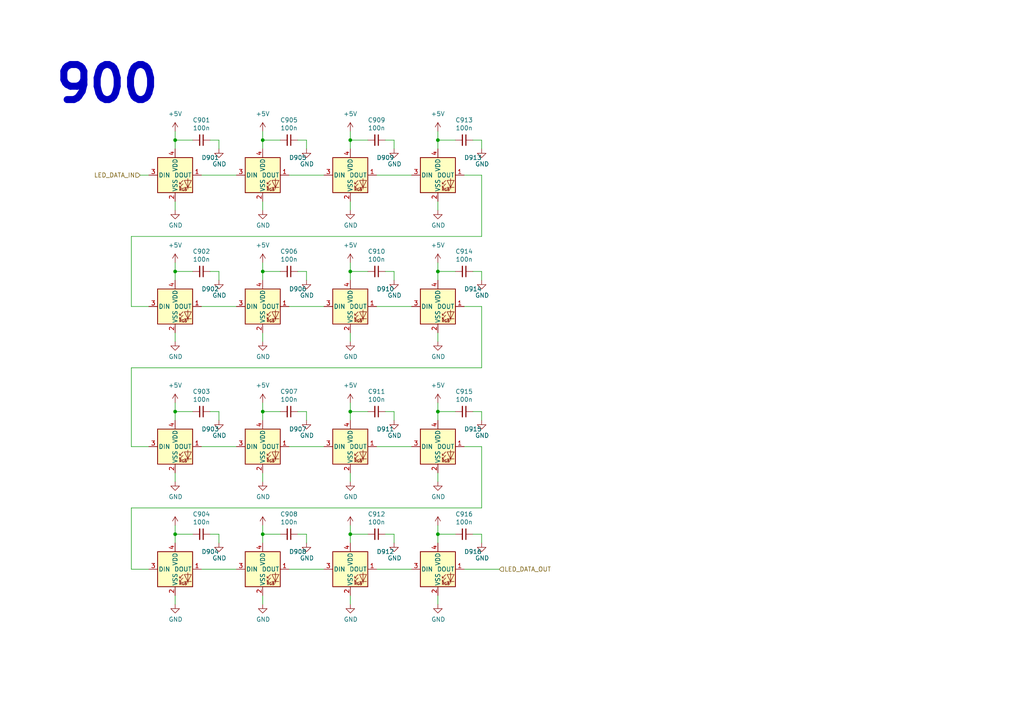
<source format=kicad_sch>
(kicad_sch (version 20230121) (generator eeschema)
  (paper "A4")
  (lib_symbols
    (symbol "power:+5V" (power) (pin_names (offset 0))
      (property "Value" "+5V" (at 0 3.556 0))
      (symbol "+5V_0_1"
        (polyline (pts (xy -0.762 1.27) (xy 0 2.54)))
        (polyline (pts (xy 0 0) (xy 0 2.54)))
        (polyline (pts (xy 0 2.54) (xy 0.762 1.27)))
      )
      (symbol "+5V_1_1"
        (pin power_in line (at 0 0 90) (length 0) hide (name "+5V") (number "1"))
      )
    )
    (symbol "power:GND" (power) (pin_names (offset 0))
      (property "Value" "GND" (at 0 -3.81 0))
      (symbol "GND_0_1"
        (polyline (pts (xy 0 0) (xy 0 -1.27) (xy 1.27 -1.27) (xy 0 -2.54) (xy -1.27 -1.27) (xy 0 -1.27)))
      )
      (symbol "GND_1_1"
        (pin power_in line (at 0 0 270) (length 0) hide (name "GND") (number "1"))
      )
    )
    (symbol "suku_basics:CAP" (pin_numbers hide) (pin_names (offset 0.254) hide)
      (property "Reference" "C" (at 0.254 1.778 0))
      (property "Value" "CAP" (at 0.254 -2.032 0))
      (symbol "CAP_0_1"
        (polyline (pts (xy -1.524 -0.508) (xy 1.524 -0.508)) (stroke (width 0.3302)))
        (polyline (pts (xy -1.524 0.508) (xy 1.524 0.508)) (stroke (width 0.3048)))
      )
      (symbol "CAP_1_1"
        (pin passive line (at 0 2.54 270) (length 2.032) (name "~") (number "1"))
        (pin passive line (at 0 -2.54 90) (length 2.032) (name "~") (number "2"))
      )
    )
    (symbol "suku_basics:UI_WS2812C-2020" (pin_names (offset 0.254))
      (property "Reference" "D" (at 5.08 5.715 0))
      (property "Value" "UI_WS2812C-2020" (at 1.27 -5.715 0))
      (symbol "UI_WS2812C-2020_0_0"
        (text "RGB" (at 2.286 -4.191 0) (effects (font (size 0.762 0.762))))
      )
      (symbol "UI_WS2812C-2020_0_1"
        (polyline (pts (xy 1.27 -3.556) (xy 1.778 -3.556)))
        (polyline (pts (xy 1.27 -2.54) (xy 1.778 -2.54)))
        (polyline (pts (xy 4.699 -3.556) (xy 2.667 -3.556)))
        (polyline (pts (xy 2.286 -2.54) (xy 1.27 -3.556) (xy 1.27 -3.048)))
        (polyline (pts (xy 2.286 -1.524) (xy 1.27 -2.54) (xy 1.27 -2.032)))
        (polyline (pts (xy 3.683 -1.016) (xy 3.683 -3.556) (xy 3.683 -4.064)))
        (polyline (pts (xy 4.699 -1.524) (xy 2.667 -1.524) (xy 3.683 -3.556) (xy 4.699 -1.524)))
        (rectangle (start 5.08 5.08) (end -5.08 -5.08) (stroke (width 0.254)) (fill (type background)))
      )
      (symbol "UI_WS2812C-2020_1_1"
        (pin output line (at 7.62 0 180) (length 2.54) (name "DOUT") (number "1"))
        (pin power_in line (at 0 -7.62 90) (length 2.54) (name "VSS") (number "2"))
        (pin input line (at -7.62 0 0) (length 2.54) (name "DIN") (number "3"))
        (pin power_in line (at 0 7.62 270) (length 2.54) (name "VDD") (number "4"))
      )
    )
  )
  (junction (at 127 40.64))
  (junction (at 101.6 154.94))
  (junction (at 76.2 154.94))
  (junction (at 50.8 119.38))
  (junction (at 76.2 78.74))
  (junction (at 101.6 78.74))
  (junction (at 101.6 119.38))
  (junction (at 50.8 40.64))
  (junction (at 127 154.94))
  (junction (at 127 78.74))
  (junction (at 127 119.38))
  (junction (at 101.6 40.64))
  (junction (at 50.8 78.74))
  (junction (at 76.2 119.38))
  (junction (at 50.8 154.94))
  (junction (at 76.2 40.64))
  (wire (pts (xy 139.7 147.32) (xy 38.1 147.32)))
  (wire (pts (xy 81.28 40.64) (xy 76.2 40.64)))
  (wire (pts (xy 127 81.28) (xy 127 78.74)))
  (wire (pts (xy 139.7 129.54) (xy 139.7 147.32)))
  (wire (pts (xy 114.3 40.64) (xy 111.76 40.64)))
  (wire (pts (xy 114.3 78.74) (xy 111.76 78.74)))
  (wire (pts (xy 63.5 78.74) (xy 60.96 78.74)))
  (wire (pts (xy 63.5 81.28) (xy 63.5 78.74)))
  (wire (pts (xy 50.8 40.64) (xy 50.8 38.1)))
  (wire (pts (xy 76.2 157.48) (xy 76.2 154.94)))
  (wire (pts (xy 38.1 129.54) (xy 43.18 129.54)))
  (wire (pts (xy 114.3 157.48) (xy 114.3 154.94)))
  (wire (pts (xy 76.2 60.96) (xy 76.2 58.42)))
  (wire (pts (xy 127 121.92) (xy 127 119.38)))
  (wire (pts (xy 88.9 154.94) (xy 86.36 154.94)))
  (wire (pts (xy 50.8 60.96) (xy 50.8 58.42)))
  (wire (pts (xy 127 139.7) (xy 127 137.16)))
  (wire (pts (xy 88.9 119.38) (xy 86.36 119.38)))
  (wire (pts (xy 38.1 68.58) (xy 38.1 88.9)))
  (wire (pts (xy 58.42 129.54) (xy 68.58 129.54)))
  (wire (pts (xy 81.28 154.94) (xy 76.2 154.94)))
  (wire (pts (xy 63.5 119.38) (xy 60.96 119.38)))
  (wire (pts (xy 76.2 40.64) (xy 76.2 38.1)))
  (wire (pts (xy 38.1 165.1) (xy 43.18 165.1)))
  (wire (pts (xy 63.5 40.64) (xy 60.96 40.64)))
  (wire (pts (xy 38.1 106.68) (xy 38.1 129.54)))
  (wire (pts (xy 114.3 119.38) (xy 111.76 119.38)))
  (wire (pts (xy 38.1 147.32) (xy 38.1 165.1)))
  (wire (pts (xy 114.3 154.94) (xy 111.76 154.94)))
  (wire (pts (xy 127 78.74) (xy 127 76.2)))
  (wire (pts (xy 58.42 165.1) (xy 68.58 165.1)))
  (wire (pts (xy 114.3 43.18) (xy 114.3 40.64)))
  (wire (pts (xy 101.6 175.26) (xy 101.6 172.72)))
  (wire (pts (xy 63.5 43.18) (xy 63.5 40.64)))
  (wire (pts (xy 76.2 76.2) (xy 76.2 78.74)))
  (wire (pts (xy 88.9 121.92) (xy 88.9 119.38)))
  (wire (pts (xy 101.6 43.18) (xy 101.6 40.64)))
  (wire (pts (xy 109.22 129.54) (xy 119.38 129.54)))
  (wire (pts (xy 132.08 154.94) (xy 127 154.94)))
  (wire (pts (xy 50.8 81.28) (xy 50.8 78.74)))
  (wire (pts (xy 83.82 165.1) (xy 93.98 165.1)))
  (wire (pts (xy 101.6 139.7) (xy 101.6 137.16)))
  (wire (pts (xy 63.5 154.94) (xy 60.96 154.94)))
  (wire (pts (xy 50.8 157.48) (xy 50.8 154.94)))
  (wire (pts (xy 127 60.96) (xy 127 58.42)))
  (wire (pts (xy 134.62 165.1) (xy 144.78 165.1)))
  (wire (pts (xy 50.8 175.26) (xy 50.8 172.72)))
  (wire (pts (xy 76.2 121.92) (xy 76.2 119.38)))
  (wire (pts (xy 88.9 43.18) (xy 88.9 40.64)))
  (wire (pts (xy 132.08 78.74) (xy 127 78.74)))
  (wire (pts (xy 38.1 88.9) (xy 43.18 88.9)))
  (wire (pts (xy 88.9 157.48) (xy 88.9 154.94)))
  (wire (pts (xy 81.28 119.38) (xy 76.2 119.38)))
  (wire (pts (xy 76.2 99.06) (xy 76.2 96.52)))
  (wire (pts (xy 101.6 121.92) (xy 101.6 119.38)))
  (wire (pts (xy 101.6 99.06) (xy 101.6 96.52)))
  (wire (pts (xy 106.68 119.38) (xy 101.6 119.38)))
  (wire (pts (xy 139.7 88.9) (xy 139.7 106.68)))
  (wire (pts (xy 40.64 50.8) (xy 43.18 50.8)))
  (wire (pts (xy 50.8 154.94) (xy 50.8 152.4)))
  (wire (pts (xy 127 43.18) (xy 127 40.64)))
  (wire (pts (xy 127 175.26) (xy 127 172.72)))
  (wire (pts (xy 83.82 129.54) (xy 93.98 129.54)))
  (wire (pts (xy 76.2 154.94) (xy 76.2 152.4)))
  (wire (pts (xy 50.8 119.38) (xy 50.8 116.84)))
  (wire (pts (xy 50.8 43.18) (xy 50.8 40.64)))
  (wire (pts (xy 139.7 119.38) (xy 137.16 119.38)))
  (wire (pts (xy 50.8 119.38) (xy 55.88 119.38)))
  (wire (pts (xy 58.42 88.9) (xy 68.58 88.9)))
  (wire (pts (xy 134.62 129.54) (xy 139.7 129.54)))
  (wire (pts (xy 81.28 78.74) (xy 76.2 78.74)))
  (wire (pts (xy 127 40.64) (xy 127 38.1)))
  (wire (pts (xy 139.7 106.68) (xy 38.1 106.68)))
  (wire (pts (xy 58.42 50.8) (xy 68.58 50.8)))
  (wire (pts (xy 76.2 139.7) (xy 76.2 137.16)))
  (wire (pts (xy 50.8 78.74) (xy 55.88 78.74)))
  (wire (pts (xy 109.22 50.8) (xy 119.38 50.8)))
  (wire (pts (xy 106.68 78.74) (xy 101.6 78.74)))
  (wire (pts (xy 134.62 88.9) (xy 139.7 88.9)))
  (wire (pts (xy 114.3 81.28) (xy 114.3 78.74)))
  (wire (pts (xy 101.6 119.38) (xy 101.6 116.84)))
  (wire (pts (xy 83.82 88.9) (xy 93.98 88.9)))
  (wire (pts (xy 101.6 81.28) (xy 101.6 78.74)))
  (wire (pts (xy 88.9 81.28) (xy 88.9 78.74)))
  (wire (pts (xy 139.7 43.18) (xy 139.7 40.64)))
  (wire (pts (xy 63.5 157.48) (xy 63.5 154.94)))
  (wire (pts (xy 127 99.06) (xy 127 96.52)))
  (wire (pts (xy 101.6 40.64) (xy 101.6 38.1)))
  (wire (pts (xy 50.8 139.7) (xy 50.8 137.16)))
  (wire (pts (xy 127 119.38) (xy 127 116.84)))
  (wire (pts (xy 139.7 121.92) (xy 139.7 119.38)))
  (wire (pts (xy 88.9 40.64) (xy 86.36 40.64)))
  (wire (pts (xy 76.2 116.84) (xy 76.2 119.38)))
  (wire (pts (xy 139.7 154.94) (xy 137.16 154.94)))
  (wire (pts (xy 139.7 50.8) (xy 139.7 68.58)))
  (wire (pts (xy 139.7 157.48) (xy 139.7 154.94)))
  (wire (pts (xy 101.6 78.74) (xy 101.6 76.2)))
  (wire (pts (xy 127 154.94) (xy 127 152.4)))
  (wire (pts (xy 139.7 40.64) (xy 137.16 40.64)))
  (wire (pts (xy 134.62 50.8) (xy 139.7 50.8)))
  (wire (pts (xy 106.68 40.64) (xy 101.6 40.64)))
  (wire (pts (xy 50.8 121.92) (xy 50.8 119.38)))
  (wire (pts (xy 101.6 154.94) (xy 101.6 152.4)))
  (wire (pts (xy 101.6 60.96) (xy 101.6 58.42)))
  (wire (pts (xy 132.08 40.64) (xy 127 40.64)))
  (wire (pts (xy 114.3 121.92) (xy 114.3 119.38)))
  (wire (pts (xy 139.7 78.74) (xy 137.16 78.74)))
  (wire (pts (xy 76.2 43.18) (xy 76.2 40.64)))
  (wire (pts (xy 63.5 121.92) (xy 63.5 119.38)))
  (wire (pts (xy 76.2 175.26) (xy 76.2 172.72)))
  (wire (pts (xy 132.08 119.38) (xy 127 119.38)))
  (wire (pts (xy 76.2 81.28) (xy 76.2 78.74)))
  (wire (pts (xy 109.22 165.1) (xy 119.38 165.1)))
  (wire (pts (xy 50.8 78.74) (xy 50.8 76.2)))
  (wire (pts (xy 106.68 154.94) (xy 101.6 154.94)))
  (wire (pts (xy 109.22 88.9) (xy 119.38 88.9)))
  (wire (pts (xy 139.7 68.58) (xy 38.1 68.58)))
  (wire (pts (xy 50.8 99.06) (xy 50.8 96.52)))
  (wire (pts (xy 83.82 50.8) (xy 93.98 50.8)))
  (wire (pts (xy 101.6 157.48) (xy 101.6 154.94)))
  (wire (pts (xy 139.7 81.28) (xy 139.7 78.74)))
  (wire (pts (xy 88.9 78.74) (xy 86.36 78.74)))
  (wire (pts (xy 50.8 154.94) (xy 55.88 154.94)))
  (wire (pts (xy 127 157.48) (xy 127 154.94)))
  (wire (pts (xy 50.8 40.64) (xy 55.88 40.64)))
  (text "900" (at 15.24 30.48 0) (effects (font (size 10.16 10.16) (thickness 2.032) bold) (justify left bottom)))
  (hierarchical_label "LED_DATA_OUT" (shape input) (at 144.78 165.1 0))
  (hierarchical_label "LED_DATA_IN" (shape input) (at 40.64 50.8 180))
  (symbol (lib_id "suku_basics:UI_WS2812C-2020") (at 50.8 50.8 0) (unit 1)
    (property "Reference" "D901" (at 58.42 45.72 0) (effects (justify left)))
    (property "Value" "WS2812C-2020" (effects hide))
    (property "Footprint" "suku_basics:UI_WS2812C-2020" (effects hide))
  )
  (symbol (lib_id "power:GND") (at 50.8 60.96 0) (unit 1)
    (property "Reference" "#PWR0931" (effects hide))
    (property "Value" "GND" (at 50.927 65.3542 0))
  )
  (symbol (lib_id "suku_basics:UI_WS2812C-2020") (at 76.2 50.8 0) (unit 1)
    (property "Reference" "D905" (at 83.82 45.72 0) (effects (justify left)))
    (property "Value" "WS2812C-2020" (effects hide))
    (property "Footprint" "suku_basics:UI_WS2812C-2020" (effects hide))
  )
  (symbol (lib_id "power:GND") (at 76.2 60.96 0) (unit 1)
    (property "Reference" "#PWR0945" (effects hide))
    (property "Value" "GND" (at 76.327 65.3542 0))
  )
  (symbol (lib_id "suku_basics:UI_WS2812C-2020") (at 101.6 50.8 0) (unit 1)
    (property "Reference" "D909" (at 109.22 45.72 0) (effects (justify left)))
    (property "Value" "WS2812C-2020" (effects hide))
    (property "Footprint" "suku_basics:UI_WS2812C-2020" (effects hide))
  )
  (symbol (lib_id "power:GND") (at 101.6 60.96 0) (unit 1)
    (property "Reference" "#PWR0957" (effects hide))
    (property "Value" "GND" (at 101.727 65.3542 0))
  )
  (symbol (lib_id "suku_basics:UI_WS2812C-2020") (at 127 50.8 0) (unit 1)
    (property "Reference" "D913" (at 134.62 45.72 0) (effects (justify left)))
    (property "Value" "WS2812C-2020" (effects hide))
    (property "Footprint" "suku_basics:UI_WS2812C-2020" (effects hide))
  )
  (symbol (lib_id "power:GND") (at 127 60.96 0) (unit 1)
    (property "Reference" "#PWR0969" (effects hide))
    (property "Value" "GND" (at 127.127 65.3542 0))
  )
  (symbol (lib_id "suku_basics:CAP") (at 58.42 40.64 270) (unit 1)
    (property "Reference" "C901" (at 58.42 34.8234 90))
    (property "Value" "100n" (at 58.42 37.1348 90))
    (property "Footprint" "suku_basics:CAP_0402" (effects hide))
  )
  (symbol (lib_id "power:GND") (at 63.5 43.18 0) (unit 1)
    (property "Reference" "#PWR0938" (effects hide))
    (property "Value" "GND" (at 63.627 47.5742 0))
  )
  (symbol (lib_id "suku_basics:CAP") (at 83.82 40.64 270) (unit 1)
    (property "Reference" "C905" (at 83.82 34.8234 90))
    (property "Value" "100n" (at 83.82 37.1348 90))
    (property "Footprint" "suku_basics:CAP_0402" (effects hide))
  )
  (symbol (lib_id "power:GND") (at 88.9 43.18 0) (unit 1)
    (property "Reference" "#PWR0952" (effects hide))
    (property "Value" "GND" (at 89.027 47.5742 0))
  )
  (symbol (lib_id "suku_basics:CAP") (at 109.22 40.64 270) (unit 1)
    (property "Reference" "C909" (at 109.22 34.8234 90))
    (property "Value" "100n" (at 109.22 37.1348 90))
    (property "Footprint" "suku_basics:CAP_0402" (effects hide))
  )
  (symbol (lib_id "power:GND") (at 114.3 43.18 0) (unit 1)
    (property "Reference" "#PWR0964" (effects hide))
    (property "Value" "GND" (at 114.427 47.5742 0))
  )
  (symbol (lib_id "suku_basics:CAP") (at 134.62 40.64 270) (unit 1)
    (property "Reference" "C913" (at 134.62 34.8234 90))
    (property "Value" "100n" (at 134.62 37.1348 90))
    (property "Footprint" "suku_basics:CAP_0402" (effects hide))
  )
  (symbol (lib_id "power:GND") (at 139.7 43.18 0) (unit 1)
    (property "Reference" "#PWR0976" (effects hide))
    (property "Value" "GND" (at 139.827 47.5742 0))
  )
  (symbol (lib_id "suku_basics:UI_WS2812C-2020") (at 50.8 88.9 0) (unit 1)
    (property "Reference" "D902" (at 58.42 83.82 0) (effects (justify left)))
    (property "Value" "WS2812C-2020" (effects hide))
    (property "Footprint" "suku_basics:UI_WS2812C-2020" (effects hide))
  )
  (symbol (lib_id "power:GND") (at 50.8 99.06 0) (unit 1)
    (property "Reference" "#PWR0933" (effects hide))
    (property "Value" "GND" (at 50.927 103.4542 0))
  )
  (symbol (lib_id "suku_basics:UI_WS2812C-2020") (at 76.2 88.9 0) (unit 1)
    (property "Reference" "D906" (at 83.82 83.82 0) (effects (justify left)))
    (property "Value" "WS2812C-2020" (effects hide))
    (property "Footprint" "suku_basics:UI_WS2812C-2020" (effects hide))
  )
  (symbol (lib_id "power:GND") (at 76.2 99.06 0) (unit 1)
    (property "Reference" "#PWR0947" (effects hide))
    (property "Value" "GND" (at 76.327 103.4542 0))
  )
  (symbol (lib_id "suku_basics:UI_WS2812C-2020") (at 101.6 88.9 0) (unit 1)
    (property "Reference" "D910" (at 109.22 83.82 0) (effects (justify left)))
    (property "Value" "WS2812C-2020" (effects hide))
    (property "Footprint" "suku_basics:UI_WS2812C-2020" (effects hide))
  )
  (symbol (lib_id "power:GND") (at 101.6 99.06 0) (unit 1)
    (property "Reference" "#PWR0959" (effects hide))
    (property "Value" "GND" (at 101.727 103.4542 0))
  )
  (symbol (lib_id "suku_basics:UI_WS2812C-2020") (at 127 88.9 0) (unit 1)
    (property "Reference" "D914" (at 134.62 83.82 0) (effects (justify left)))
    (property "Value" "WS2812C-2020" (effects hide))
    (property "Footprint" "suku_basics:UI_WS2812C-2020" (effects hide))
  )
  (symbol (lib_id "power:GND") (at 127 99.06 0) (unit 1)
    (property "Reference" "#PWR0971" (effects hide))
    (property "Value" "GND" (at 127.127 103.4542 0))
  )
  (symbol (lib_id "suku_basics:CAP") (at 58.42 78.74 270) (unit 1)
    (property "Reference" "C902" (at 58.42 72.9234 90))
    (property "Value" "100n" (at 58.42 75.2348 90))
    (property "Footprint" "suku_basics:CAP_0402" (effects hide))
  )
  (symbol (lib_id "power:GND") (at 63.5 81.28 0) (unit 1)
    (property "Reference" "#PWR0939" (effects hide))
    (property "Value" "GND" (at 63.627 85.6742 0))
  )
  (symbol (lib_id "suku_basics:CAP") (at 83.82 78.74 270) (unit 1)
    (property "Reference" "C906" (at 83.82 72.9234 90))
    (property "Value" "100n" (at 83.82 75.2348 90))
    (property "Footprint" "suku_basics:CAP_0402" (effects hide))
  )
  (symbol (lib_id "power:GND") (at 88.9 81.28 0) (unit 1)
    (property "Reference" "#PWR0953" (effects hide))
    (property "Value" "GND" (at 89.027 85.6742 0))
  )
  (symbol (lib_id "suku_basics:CAP") (at 109.22 78.74 270) (unit 1)
    (property "Reference" "C910" (at 109.22 72.9234 90))
    (property "Value" "100n" (at 109.22 75.2348 90))
    (property "Footprint" "suku_basics:CAP_0402" (effects hide))
  )
  (symbol (lib_id "power:GND") (at 114.3 81.28 0) (unit 1)
    (property "Reference" "#PWR0965" (effects hide))
    (property "Value" "GND" (at 114.427 85.6742 0))
  )
  (symbol (lib_id "suku_basics:CAP") (at 134.62 78.74 270) (unit 1)
    (property "Reference" "C914" (at 134.62 72.9234 90))
    (property "Value" "100n" (at 134.62 75.2348 90))
    (property "Footprint" "suku_basics:CAP_0402" (effects hide))
  )
  (symbol (lib_id "power:GND") (at 139.7 81.28 0) (unit 1)
    (property "Reference" "#PWR0977" (effects hide))
    (property "Value" "GND" (at 139.827 85.6742 0))
  )
  (symbol (lib_id "suku_basics:UI_WS2812C-2020") (at 50.8 165.1 0) (unit 1)
    (property "Reference" "D904" (at 58.42 160.02 0) (effects (justify left)))
    (property "Value" "WS2812C-2020" (effects hide))
    (property "Footprint" "suku_basics:UI_WS2812C-2020" (effects hide))
  )
  (symbol (lib_id "power:GND") (at 50.8 175.26 0) (unit 1)
    (property "Reference" "#PWR0937" (effects hide))
    (property "Value" "GND" (at 50.927 179.6542 0))
  )
  (symbol (lib_id "suku_basics:UI_WS2812C-2020") (at 76.2 165.1 0) (unit 1)
    (property "Reference" "D908" (at 83.82 160.02 0) (effects (justify left)))
    (property "Value" "WS2812C-2020" (effects hide))
    (property "Footprint" "suku_basics:UI_WS2812C-2020" (effects hide))
  )
  (symbol (lib_id "power:GND") (at 76.2 175.26 0) (unit 1)
    (property "Reference" "#PWR0951" (effects hide))
    (property "Value" "GND" (at 76.327 179.6542 0))
  )
  (symbol (lib_id "suku_basics:UI_WS2812C-2020") (at 101.6 165.1 0) (unit 1)
    (property "Reference" "D912" (at 109.22 160.02 0) (effects (justify left)))
    (property "Value" "WS2812C-2020" (effects hide))
    (property "Footprint" "suku_basics:UI_WS2812C-2020" (effects hide))
  )
  (symbol (lib_id "power:GND") (at 101.6 175.26 0) (unit 1)
    (property "Reference" "#PWR0963" (effects hide))
    (property "Value" "GND" (at 101.727 179.6542 0))
  )
  (symbol (lib_id "suku_basics:UI_WS2812C-2020") (at 127 165.1 0) (unit 1)
    (property "Reference" "D916" (at 134.62 160.02 0) (effects (justify left)))
    (property "Value" "WS2812C-2020" (effects hide))
    (property "Footprint" "suku_basics:UI_WS2812C-2020" (effects hide))
  )
  (symbol (lib_id "power:GND") (at 127 175.26 0) (unit 1)
    (property "Reference" "#PWR0975" (effects hide))
    (property "Value" "GND" (at 127.127 179.6542 0))
  )
  (symbol (lib_id "suku_basics:CAP") (at 58.42 154.94 270) (unit 1)
    (property "Reference" "C904" (at 58.42 149.1234 90))
    (property "Value" "100n" (at 58.42 151.4348 90))
    (property "Footprint" "suku_basics:CAP_0402" (effects hide))
  )
  (symbol (lib_id "power:GND") (at 63.5 157.48 0) (unit 1)
    (property "Reference" "#PWR0941" (effects hide))
    (property "Value" "GND" (at 63.627 161.8742 0))
  )
  (symbol (lib_id "suku_basics:CAP") (at 83.82 154.94 270) (unit 1)
    (property "Reference" "C908" (at 83.82 149.1234 90))
    (property "Value" "100n" (at 83.82 151.4348 90))
    (property "Footprint" "suku_basics:CAP_0402" (effects hide))
  )
  (symbol (lib_id "power:GND") (at 88.9 157.48 0) (unit 1)
    (property "Reference" "#PWR0955" (effects hide))
    (property "Value" "GND" (at 89.027 161.8742 0))
  )
  (symbol (lib_id "suku_basics:CAP") (at 109.22 154.94 270) (unit 1)
    (property "Reference" "C912" (at 109.22 149.1234 90))
    (property "Value" "100n" (at 109.22 151.4348 90))
    (property "Footprint" "suku_basics:CAP_0402" (effects hide))
  )
  (symbol (lib_id "power:GND") (at 114.3 157.48 0) (unit 1)
    (property "Reference" "#PWR0967" (effects hide))
    (property "Value" "GND" (at 114.427 161.8742 0))
  )
  (symbol (lib_id "suku_basics:CAP") (at 134.62 154.94 270) (unit 1)
    (property "Reference" "C916" (at 134.62 149.1234 90))
    (property "Value" "100n" (at 134.62 151.4348 90))
    (property "Footprint" "suku_basics:CAP_0402" (effects hide))
  )
  (symbol (lib_id "power:GND") (at 139.7 157.48 0) (unit 1)
    (property "Reference" "#PWR0979" (effects hide))
    (property "Value" "GND" (at 139.827 161.8742 0))
  )
  (symbol (lib_id "suku_basics:UI_WS2812C-2020") (at 76.2 129.54 0) (unit 1)
    (property "Reference" "D907" (at 83.82 124.46 0) (effects (justify left)))
    (property "Value" "WS2812C-2020" (effects hide))
    (property "Footprint" "suku_basics:UI_WS2812C-2020" (effects hide))
  )
  (symbol (lib_id "power:+5V") (at 127 152.4 0) (unit 1)
    (property "Reference" "#PWR0974" (effects hide))
    (property "Value" "+5V" (effects hide))
  )
  (symbol (lib_id "power:+5V") (at 101.6 152.4 0) (unit 1)
    (property "Reference" "#PWR0962" (effects hide))
    (property "Value" "+5V" (effects hide))
  )
  (symbol (lib_id "power:+5V") (at 76.2 38.1 0) (unit 1)
    (property "Reference" "#PWR0944" (effects hide))
    (property "Value" "+5V" (at 76.2 33.02 0))
  )
  (symbol (lib_id "power:GND") (at 76.2 139.7 0) (unit 1)
    (property "Reference" "#PWR0949" (effects hide))
    (property "Value" "GND" (at 76.327 144.0942 0))
  )
  (symbol (lib_id "power:GND") (at 88.9 121.92 0) (unit 1)
    (property "Reference" "#PWR0954" (effects hide))
    (property "Value" "GND" (at 89.027 126.3142 0))
  )
  (symbol (lib_id "power:+5V") (at 127 38.1 0) (unit 1)
    (property "Reference" "#PWR0968" (effects hide))
    (property "Value" "+5V" (at 127 33.02 0))
  )
  (symbol (lib_id "suku_basics:CAP") (at 58.42 119.38 270) (unit 1)
    (property "Reference" "C903" (at 58.42 113.5634 90))
    (property "Value" "100n" (at 58.42 115.8748 90))
    (property "Footprint" "suku_basics:CAP_0402" (effects hide))
  )
  (symbol (lib_id "suku_basics:CAP") (at 83.82 119.38 270) (unit 1)
    (property "Reference" "C907" (at 83.82 113.5634 90))
    (property "Value" "100n" (at 83.82 115.8748 90))
    (property "Footprint" "suku_basics:CAP_0402" (effects hide))
  )
  (symbol (lib_id "suku_basics:UI_WS2812C-2020") (at 127 129.54 0) (unit 1)
    (property "Reference" "D915" (at 134.62 124.46 0) (effects (justify left)))
    (property "Value" "WS2812C-2020" (effects hide))
    (property "Footprint" "suku_basics:UI_WS2812C-2020" (effects hide))
  )
  (symbol (lib_id "power:+5V") (at 101.6 116.84 0) (unit 1)
    (property "Reference" "#PWR0960" (effects hide))
    (property "Value" "+5V" (at 101.6 111.76 0))
  )
  (symbol (lib_id "power:+5V") (at 50.8 152.4 0) (unit 1)
    (property "Reference" "#PWR0936" (effects hide))
    (property "Value" "+5V" (effects hide))
  )
  (symbol (lib_id "power:+5V") (at 76.2 116.84 0) (unit 1)
    (property "Reference" "#PWR0948" (effects hide))
    (property "Value" "+5V" (at 76.2 111.76 0))
  )
  (symbol (lib_id "power:+5V") (at 127 76.2 0) (unit 1)
    (property "Reference" "#PWR0970" (effects hide))
    (property "Value" "+5V" (at 127 71.12 0))
  )
  (symbol (lib_id "suku_basics:UI_WS2812C-2020") (at 101.6 129.54 0) (unit 1)
    (property "Reference" "D911" (at 109.22 124.46 0) (effects (justify left)))
    (property "Value" "WS2812C-2020" (effects hide))
    (property "Footprint" "suku_basics:UI_WS2812C-2020" (effects hide))
  )
  (symbol (lib_id "power:+5V") (at 101.6 76.2 0) (unit 1)
    (property "Reference" "#PWR0958" (effects hide))
    (property "Value" "+5V" (at 101.6 71.12 0))
  )
  (symbol (lib_id "power:GND") (at 63.5 121.92 0) (unit 1)
    (property "Reference" "#PWR0940" (effects hide))
    (property "Value" "GND" (at 63.627 126.3142 0))
  )
  (symbol (lib_id "power:GND") (at 127 139.7 0) (unit 1)
    (property "Reference" "#PWR0973" (effects hide))
    (property "Value" "GND" (at 127.127 144.0942 0))
  )
  (symbol (lib_id "power:GND") (at 101.6 139.7 0) (unit 1)
    (property "Reference" "#PWR0961" (effects hide))
    (property "Value" "GND" (at 101.727 144.0942 0))
  )
  (symbol (lib_id "power:GND") (at 50.8 139.7 0) (unit 1)
    (property "Reference" "#PWR0935" (effects hide))
    (property "Value" "GND" (at 50.927 144.0942 0))
  )
  (symbol (lib_id "power:+5V") (at 50.8 76.2 0) (unit 1)
    (property "Reference" "#PWR0932" (effects hide))
    (property "Value" "+5V" (at 50.8 71.12 0))
  )
  (symbol (lib_id "power:+5V") (at 50.8 116.84 0) (unit 1)
    (property "Reference" "#PWR0934" (effects hide))
    (property "Value" "+5V" (at 50.8 111.76 0))
  )
  (symbol (lib_id "power:GND") (at 139.7 121.92 0) (unit 1)
    (property "Reference" "#PWR0978" (effects hide))
    (property "Value" "GND" (at 139.827 126.3142 0))
  )
  (symbol (lib_id "power:GND") (at 114.3 121.92 0) (unit 1)
    (property "Reference" "#PWR0966" (effects hide))
    (property "Value" "GND" (at 114.427 126.3142 0))
  )
  (symbol (lib_id "power:+5V") (at 50.8 38.1 0) (unit 1)
    (property "Reference" "#PWR0930" (effects hide))
    (property "Value" "+5V" (at 50.8 33.02 0))
  )
  (symbol (lib_id "suku_basics:CAP") (at 134.62 119.38 270) (unit 1)
    (property "Reference" "C915" (at 134.62 113.5634 90))
    (property "Value" "100n" (at 134.62 115.8748 90))
    (property "Footprint" "suku_basics:CAP_0402" (effects hide))
  )
  (symbol (lib_id "power:+5V") (at 127 116.84 0) (unit 1)
    (property "Reference" "#PWR0972" (effects hide))
    (property "Value" "+5V" (at 127 111.76 0))
  )
  (symbol (lib_id "power:+5V") (at 76.2 152.4 0) (unit 1)
    (property "Reference" "#PWR0950" (effects hide))
    (property "Value" "+5V" (effects hide))
  )
  (symbol (lib_id "power:+5V") (at 76.2 76.2 0) (unit 1)
    (property "Reference" "#PWR0946" (effects hide))
    (property "Value" "+5V" (at 76.2 71.12 0))
  )
  (symbol (lib_id "power:+5V") (at 101.6 38.1 0) (unit 1)
    (property "Reference" "#PWR0956" (effects hide))
    (property "Value" "+5V" (at 101.6 33.02 0))
  )
  (symbol (lib_id "suku_basics:UI_WS2812C-2020") (at 50.8 129.54 0) (unit 1)
    (property "Reference" "D903" (at 58.42 124.46 0) (effects (justify left)))
    (property "Value" "WS2812C-2020" (effects hide))
    (property "Footprint" "suku_basics:UI_WS2812C-2020" (effects hide))
  )
  (symbol (lib_id "suku_basics:CAP") (at 109.22 119.38 270) (unit 1)
    (property "Reference" "C911" (at 109.22 113.5634 90))
    (property "Value" "100n" (at 109.22 115.8748 90))
    (property "Footprint" "suku_basics:CAP_0402" (effects hide))
  )
)
</source>
